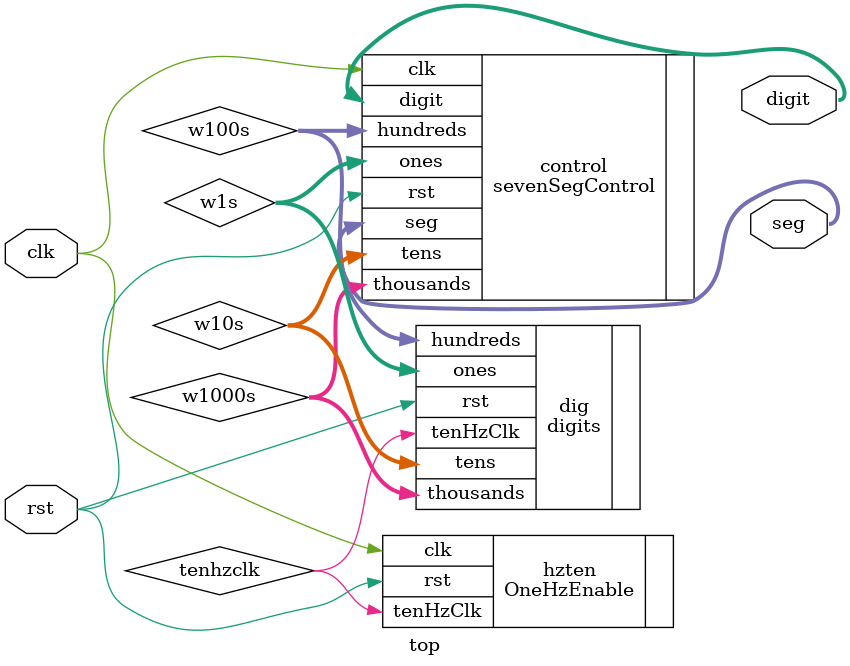
<source format=v>
`timescale 1ns / 1ps


module top(
    input clk,
    input rst,
    output [0:6] seg,
    output [7:0] digit
    );
    
    wire tenhzclk;
    wire [7:0] w1s, w10s, w100s, w1000s;
    
    OneHzEnable hzten(.clk(clk), .rst(rst), .tenHzClk(tenhzclk));
    
    digits dig(.tenHzClk(tenhzclk), .rst(rst), .ones(w1s), .tens(w10s), .hundreds(w100s),.thousands(w1000s));
    
    sevenSegControl control(.clk(clk), .rst(rst),.ones(w1s), .tens(w10s), .hundreds(w100s),.thousands(w1000s), . seg(seg), .digit(digit) );
    
endmodule

</source>
